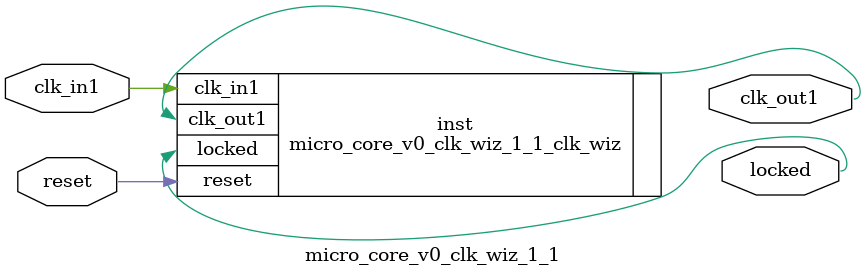
<source format=v>


`timescale 1ps/1ps

(* CORE_GENERATION_INFO = "micro_core_v0_clk_wiz_1_1,clk_wiz_v6_0_6_0_0,{component_name=micro_core_v0_clk_wiz_1_1,use_phase_alignment=true,use_min_o_jitter=false,use_max_i_jitter=false,use_dyn_phase_shift=false,use_inclk_switchover=false,use_dyn_reconfig=false,enable_axi=0,feedback_source=FDBK_AUTO,PRIMITIVE=MMCM,num_out_clk=1,clkin1_period=83.333,clkin2_period=10.0,use_power_down=false,use_reset=true,use_locked=true,use_inclk_stopped=false,feedback_type=SINGLE,CLOCK_MGR_TYPE=NA,manual_override=false}" *)

module micro_core_v0_clk_wiz_1_1 
 (
  // Clock out ports
  output        clk_out1,
  // Status and control signals
  input         reset,
  output        locked,
 // Clock in ports
  input         clk_in1
 );

  micro_core_v0_clk_wiz_1_1_clk_wiz inst
  (
  // Clock out ports  
  .clk_out1(clk_out1),
  // Status and control signals               
  .reset(reset), 
  .locked(locked),
 // Clock in ports
  .clk_in1(clk_in1)
  );

endmodule

</source>
